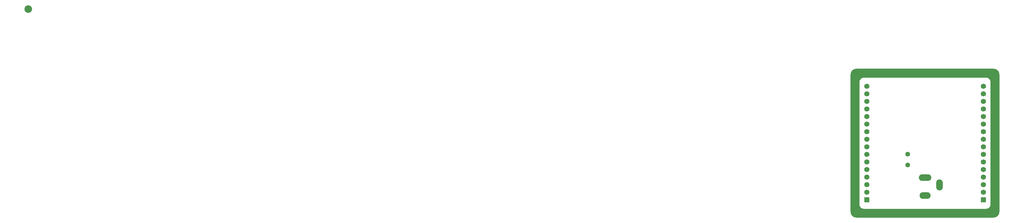
<source format=gbs>
G04 Layer_Color=8150272*
%FSLAX23Y23*%
%MOIN*%
G70*
G01*
G75*
%ADD35C,0.158*%
%ADD53C,0.063*%
%ADD54R,0.069X0.069*%
%ADD55C,0.069*%
%ADD56O,0.087X0.146*%
%ADD57O,0.146X0.087*%
%ADD58O,0.165X0.087*%
%ADD60C,0.100*%
%ADD61C,0.058*%
G36*
X1890Y1969D02*
X1890Y1890D01*
X1969D01*
X1969Y79D01*
X1890D01*
Y-0D01*
X79Y-0D01*
Y79D01*
X-0Y79D01*
X-0Y1890D01*
X79Y1890D01*
X79Y1969D01*
X1890Y1969D01*
D02*
G37*
%LPC*%
G36*
X174Y1850D02*
X166Y1850D01*
X154Y1846D01*
X144Y1841D01*
X135Y1833D01*
X128Y1824D01*
X122Y1814D01*
X119Y1803D01*
X118Y1794D01*
X118Y177D01*
X118D01*
Y174D01*
X119Y166D01*
X122Y154D01*
X128Y144D01*
X135Y135D01*
X144Y128D01*
X154Y122D01*
X166Y119D01*
X174Y118D01*
X1791Y118D01*
Y118D01*
X1794D01*
X1803Y119D01*
X1814Y122D01*
X1824Y128D01*
X1833Y135D01*
X1841Y144D01*
X1846Y154D01*
X1850Y166D01*
X1850Y174D01*
X1850Y1794D01*
X1850Y1803D01*
X1846Y1814D01*
X1841Y1824D01*
X1833Y1833D01*
X1824Y1841D01*
X1814Y1846D01*
X1803Y1850D01*
X1794Y1850D01*
X174Y1850D01*
D02*
G37*
G36*
X1850Y118D02*
X1794D01*
X1794Y118D01*
X1850D01*
Y118D01*
D02*
G37*
G36*
X118Y1850D02*
Y1850D01*
X118Y1850D01*
X118D01*
D02*
G37*
G36*
X118Y174D02*
Y118D01*
X118D01*
X118Y118D01*
Y174D01*
X118Y174D01*
D02*
G37*
%LPD*%
D35*
X79Y79D02*
D03*
X1890D02*
D03*
X1890Y1890D02*
D03*
X79D02*
D03*
D53*
X755Y698D02*
D03*
Y840D02*
D03*
D54*
X1755Y235D02*
D03*
X215D02*
D03*
D55*
X1755Y335D02*
D03*
Y435D02*
D03*
Y535D02*
D03*
Y635D02*
D03*
Y735D02*
D03*
Y835D02*
D03*
Y935D02*
D03*
Y1035D02*
D03*
Y1135D02*
D03*
Y1235D02*
D03*
Y1335D02*
D03*
Y1435D02*
D03*
Y1535D02*
D03*
Y1635D02*
D03*
Y1735D02*
D03*
X215Y335D02*
D03*
Y435D02*
D03*
Y535D02*
D03*
Y635D02*
D03*
Y735D02*
D03*
Y835D02*
D03*
Y935D02*
D03*
Y1035D02*
D03*
Y1135D02*
D03*
Y1235D02*
D03*
Y1335D02*
D03*
Y1435D02*
D03*
Y1535D02*
D03*
Y1635D02*
D03*
Y1735D02*
D03*
D56*
X1174Y432D02*
D03*
D57*
X985Y294D02*
D03*
D58*
Y530D02*
D03*
D60*
X-10866Y2756D02*
D03*
D61*
X244Y59D02*
D03*
X429D02*
D03*
X614D02*
D03*
X799D02*
D03*
X984D02*
D03*
X1169D02*
D03*
X1354D02*
D03*
X1539D02*
D03*
X1724D02*
D03*
X1909Y244D02*
D03*
Y429D02*
D03*
Y614D02*
D03*
Y799D02*
D03*
Y984D02*
D03*
Y1169D02*
D03*
Y1354D02*
D03*
Y1539D02*
D03*
Y1724D02*
D03*
X1724Y1909D02*
D03*
X1539D02*
D03*
X1354D02*
D03*
X1169D02*
D03*
X984D02*
D03*
X799D02*
D03*
X614D02*
D03*
X429D02*
D03*
X244D02*
D03*
X59Y1724D02*
D03*
Y1539D02*
D03*
Y1354D02*
D03*
Y1169D02*
D03*
Y984D02*
D03*
Y799D02*
D03*
Y614D02*
D03*
Y429D02*
D03*
Y244D02*
D03*
M02*

</source>
